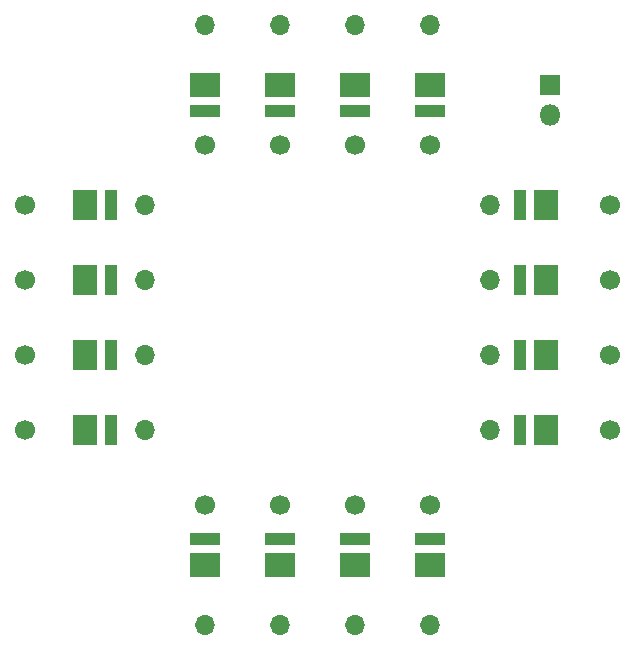
<source format=gbr>
%TF.GenerationSoftware,KiCad,Pcbnew,(5.1.6)-1*%
%TF.CreationDate,2020-10-15T00:56:24-04:00*%
%TF.ProjectId,KiCAD PCB,4b694341-4420-4504-9342-2e6b69636164,rev?*%
%TF.SameCoordinates,Original*%
%TF.FileFunction,Soldermask,Top*%
%TF.FilePolarity,Negative*%
%FSLAX46Y46*%
G04 Gerber Fmt 4.6, Leading zero omitted, Abs format (unit mm)*
G04 Created by KiCad (PCBNEW (5.1.6)-1) date 2020-10-15 00:56:24*
%MOMM*%
%LPD*%
G01*
G04 APERTURE LIST*
%ADD10O,1.700000X1.700000*%
%ADD11C,1.700000*%
%ADD12R,1.130000X2.500000*%
%ADD13R,2.080000X2.500000*%
%ADD14R,2.500000X1.130000*%
%ADD15R,2.500000X2.080000*%
%ADD16O,1.800000X1.800000*%
%ADD17R,1.800000X1.800000*%
G04 APERTURE END LIST*
D10*
%TO.C,R16*%
X132715000Y-96520000D03*
D11*
X142875000Y-96520000D03*
%TD*%
D10*
%TO.C,R15*%
X132715000Y-90170000D03*
D11*
X142875000Y-90170000D03*
%TD*%
D10*
%TO.C,R14*%
X132715000Y-83820000D03*
D11*
X142875000Y-83820000D03*
%TD*%
D10*
%TO.C,R13*%
X132715000Y-77470000D03*
D11*
X142875000Y-77470000D03*
%TD*%
D10*
%TO.C,R12*%
X127635000Y-113030000D03*
D11*
X127635000Y-102870000D03*
%TD*%
D10*
%TO.C,R11*%
X127635000Y-62230000D03*
D11*
X127635000Y-72390000D03*
%TD*%
D10*
%TO.C,R10*%
X121285000Y-113030000D03*
D11*
X121285000Y-102870000D03*
%TD*%
D10*
%TO.C,R9*%
X121285000Y-62230000D03*
D11*
X121285000Y-72390000D03*
%TD*%
D10*
%TO.C,R8*%
X114935000Y-113030000D03*
D11*
X114935000Y-102870000D03*
%TD*%
D10*
%TO.C,R7*%
X114935000Y-62230000D03*
D11*
X114935000Y-72390000D03*
%TD*%
D10*
%TO.C,R6*%
X108585000Y-113030000D03*
D11*
X108585000Y-102870000D03*
%TD*%
D10*
%TO.C,R5*%
X108585000Y-62230000D03*
D11*
X108585000Y-72390000D03*
%TD*%
D10*
%TO.C,R4*%
X103505000Y-96520000D03*
D11*
X93345000Y-96520000D03*
%TD*%
D10*
%TO.C,R3*%
X103505000Y-90170000D03*
D11*
X93345000Y-90170000D03*
%TD*%
D10*
%TO.C,R2*%
X103505000Y-83820000D03*
D11*
X93345000Y-83820000D03*
%TD*%
D10*
%TO.C,R1*%
X103505000Y-77470000D03*
D11*
X93345000Y-77470000D03*
%TD*%
D12*
%TO.C,D16*%
X135255000Y-96520000D03*
D13*
X137460000Y-96520000D03*
%TD*%
D12*
%TO.C,D15*%
X135255000Y-90170000D03*
D13*
X137460000Y-90170000D03*
%TD*%
D12*
%TO.C,D14*%
X135255000Y-83820000D03*
D13*
X137460000Y-83820000D03*
%TD*%
D12*
%TO.C,D13*%
X135255000Y-77470000D03*
D13*
X137460000Y-77470000D03*
%TD*%
D14*
%TO.C,D12*%
X127635000Y-105745000D03*
D15*
X127635000Y-107950000D03*
%TD*%
D14*
%TO.C,D11*%
X127635000Y-69515000D03*
D15*
X127635000Y-67310000D03*
%TD*%
D14*
%TO.C,D10*%
X121285000Y-105745000D03*
D15*
X121285000Y-107950000D03*
%TD*%
D14*
%TO.C,D9*%
X121285000Y-69515000D03*
D15*
X121285000Y-67310000D03*
%TD*%
D14*
%TO.C,D8*%
X114935000Y-105745000D03*
D15*
X114935000Y-107950000D03*
%TD*%
D14*
%TO.C,D7*%
X114935000Y-69515000D03*
D15*
X114935000Y-67310000D03*
%TD*%
D14*
%TO.C,D6*%
X108585000Y-105745000D03*
D15*
X108585000Y-107950000D03*
%TD*%
D14*
%TO.C,D5*%
X108585000Y-69515000D03*
D15*
X108585000Y-67310000D03*
%TD*%
D12*
%TO.C,D4*%
X100630000Y-96520000D03*
D13*
X98425000Y-96520000D03*
%TD*%
D12*
%TO.C,D3*%
X100630000Y-90170000D03*
D13*
X98425000Y-90170000D03*
%TD*%
D12*
%TO.C,D2*%
X100630000Y-83820000D03*
D13*
X98425000Y-83820000D03*
%TD*%
D12*
%TO.C,D1*%
X100630000Y-77470000D03*
D13*
X98425000Y-77470000D03*
%TD*%
D16*
%TO.C,BT1*%
X137795000Y-69850000D03*
D17*
X137795000Y-67310000D03*
%TD*%
M02*

</source>
